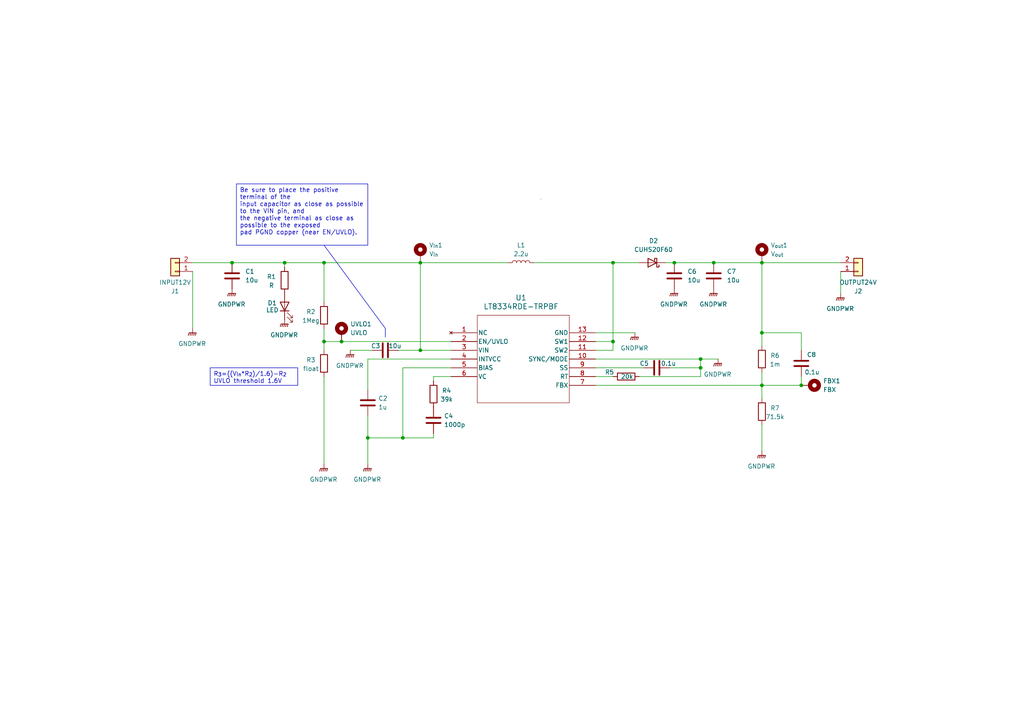
<source format=kicad_sch>
(kicad_sch (version 20231120) (generator "eeschema") (generator_version "8.0")
  (paper "A4")
  (lib_symbols
    (symbol "Connector_Generic:Conn_01x02" (pin_names (offset 1.016) hide)
      (property "Reference" "J" (at 0 2.54 0))
      (property "Value" "Conn_01x02" (at 0 -5.08 0))
      (symbol "Conn_01x02_1_1"
        (rectangle (start -1.27 -2.413) (end 0 -2.667) (stroke (width 0.1524)))
        (rectangle (start -1.27 0.127) (end 0 -0.127) (stroke (width 0.1524)))
        (rectangle (start -1.27 1.27) (end 1.27 -3.81) (stroke (width 0.254)) (fill (type background)))
        (pin passive line (at -5.08 0 0) (length 3.81) (name "Pin_1") (number "1"))
        (pin passive line (at -5.08 -2.54 0) (length 3.81) (name "Pin_2") (number "2"))
      )
    )
    (symbol "Device:C" (pin_numbers hide) (pin_names (offset 0.254))
      (property "Reference" "C" (at 0.635 2.54 0))
      (property "Value" "C" (at 0.635 -2.54 0))
      (symbol "C_0_1"
        (polyline (pts (xy -2.032 -0.762) (xy 2.032 -0.762)) (stroke (width 0.508)))
        (polyline (pts (xy -2.032 0.762) (xy 2.032 0.762)) (stroke (width 0.508)))
      )
      (symbol "C_1_1"
        (pin passive line (at 0 3.81 270) (length 2.794) (name "~") (number "1"))
        (pin passive line (at 0 -3.81 90) (length 2.794) (name "~") (number "2"))
      )
    )
    (symbol "Device:D_Schottky" (pin_numbers hide) (pin_names (offset 1.016) hide)
      (property "Reference" "D" (at 0 2.54 0))
      (property "Value" "D_Schottky" (at 0 -2.54 0))
      (symbol "D_Schottky_0_1"
        (polyline (pts (xy 1.27 0) (xy -1.27 0)))
        (polyline (pts (xy 1.27 1.27) (xy 1.27 -1.27) (xy -1.27 0) (xy 1.27 1.27)) (stroke (width 0.254)))
        (polyline (pts (xy -1.905 0.635) (xy -1.905 1.27) (xy -1.27 1.27) (xy -1.27 -1.27) (xy -0.635 -1.27) (xy -0.635 -0.635)) (stroke (width 0.254)))
      )
      (symbol "D_Schottky_1_1"
        (pin passive line (at -3.81 0 0) (length 2.54) (name "K") (number "1"))
        (pin passive line (at 3.81 0 180) (length 2.54) (name "A") (number "2"))
      )
    )
    (symbol "Device:L" (pin_numbers hide) (pin_names (offset 1.016) hide)
      (property "Reference" "L" (at -1.27 0 90))
      (property "Value" "L" (at 1.905 0 90))
      (symbol "L_0_1"
        (arc (start 0 -2.54) (mid 0.6323 -1.905) (end 0 -1.27))
        (arc (start 0 -1.27) (mid 0.6323 -0.635) (end 0 0))
        (arc (start 0 0) (mid 0.6323 0.635) (end 0 1.27))
        (arc (start 0 1.27) (mid 0.6323 1.905) (end 0 2.54))
      )
      (symbol "L_1_1"
        (pin passive line (at 0 3.81 270) (length 1.27) (name "1") (number "1"))
        (pin passive line (at 0 -3.81 90) (length 1.27) (name "2") (number "2"))
      )
    )
    (symbol "Device:LED" (pin_numbers hide) (pin_names (offset 1.016) hide)
      (property "Reference" "D" (at 0 2.54 0))
      (property "Value" "LED" (at 0 -2.54 0))
      (symbol "LED_0_1"
        (polyline (pts (xy -1.27 -1.27) (xy -1.27 1.27)) (stroke (width 0.254)))
        (polyline (pts (xy -1.27 0) (xy 1.27 0)))
        (polyline (pts (xy 1.27 -1.27) (xy 1.27 1.27) (xy -1.27 0) (xy 1.27 -1.27)) (stroke (width 0.254)))
        (polyline (pts (xy -3.048 -0.762) (xy -4.572 -2.286) (xy -3.81 -2.286) (xy -4.572 -2.286) (xy -4.572 -1.524)))
        (polyline (pts (xy -1.778 -0.762) (xy -3.302 -2.286) (xy -2.54 -2.286) (xy -3.302 -2.286) (xy -3.302 -1.524)))
      )
      (symbol "LED_1_1"
        (pin passive line (at -3.81 0 0) (length 2.54) (name "K") (number "1"))
        (pin passive line (at 3.81 0 180) (length 2.54) (name "A") (number "2"))
      )
    )
    (symbol "Device:R" (pin_numbers hide) (pin_names (offset 0))
      (property "Reference" "R" (at 2.032 0 90))
      (property "Value" "R" (at 0 0 90))
      (symbol "R_0_1"
        (rectangle (start -1.016 -2.54) (end 1.016 2.54) (stroke (width 0.254)))
      )
      (symbol "R_1_1"
        (pin passive line (at 0 3.81 270) (length 1.27) (name "~") (number "1"))
        (pin passive line (at 0 -3.81 90) (length 1.27) (name "~") (number "2"))
      )
    )
    (symbol "LT8334:LT8334RDE-TRPBF" (pin_names (offset 0.254))
      (property "Reference" "U7" (at 27.94 10.16 0))
      (property "Value" "LT8334RDE-TRPBF" (at 27.94 7.62 0))
      (symbol "LT8334RDE-TRPBF_0_1"
        (polyline (pts (xy 15.24 -20.32) (xy 41.91 -20.32)) (stroke (width 0.127)))
        (polyline (pts (xy 15.24 5.08) (xy 15.24 -20.32)) (stroke (width 0.127)))
        (polyline (pts (xy 41.91 -20.32) (xy 41.91 5.08)) (stroke (width 0.127)))
        (polyline (pts (xy 41.91 5.08) (xy 15.24 5.08)) (stroke (width 0.127)))
        (pin no_connect line (at 7.62 0 0) (length 7.62) (name "NC") (number "1"))
        (pin unspecified line (at 49.53 -7.62 180) (length 7.62) (name "SYNC/MODE") (number "10"))
        (pin unspecified line (at 49.53 -5.08 180) (length 7.62) (name "SW2") (number "11"))
        (pin unspecified line (at 49.53 -2.54 180) (length 7.62) (name "SW1") (number "12"))
        (pin power_out line (at 49.53 0 180) (length 7.62) (name "GND") (number "13"))
        (pin unspecified line (at 7.62 -2.54 0) (length 7.62) (name "EN/UVLO") (number "2"))
        (pin power_in line (at 7.62 -5.08 0) (length 7.62) (name "VIN") (number "3"))
        (pin power_in line (at 7.62 -7.62 0) (length 7.62) (name "INTVCC") (number "4"))
        (pin power_in line (at 7.62 -10.16 0) (length 7.62) (name "BIAS") (number "5"))
        (pin unspecified line (at 7.62 -12.7 0) (length 7.62) (name "VC") (number "6"))
        (pin unspecified line (at 49.53 -15.24 180) (length 7.62) (name "FBX") (number "7"))
        (pin unspecified line (at 49.53 -12.7 180) (length 7.62) (name "RT") (number "8"))
        (pin unspecified line (at 49.53 -10.16 180) (length 7.62) (name "SS") (number "9"))
      )
    )
    (symbol "Mechanical:MountingHole_Pad" (pin_numbers hide) (pin_names (offset 1.016) hide) (exclude_from_sim yes) (in_bom no)
      (property "Reference" "H" (at 0 6.35 0))
      (property "Value" "MountingHole_Pad" (at 0 4.445 0))
      (symbol "MountingHole_Pad_0_1"
        (circle (center 0 1.27) (radius 1.27) (stroke (width 1.27)))
      )
      (symbol "MountingHole_Pad_1_1"
        (pin input line (at 0 -2.54 90) (length 2.54) (name "1") (number "1"))
      )
    )
    (symbol "power:GNDPWR" (power) (pin_names (offset 0))
      (property "Value" "GNDPWR" (at 0 -3.302 0))
      (symbol "GNDPWR_0_1"
        (polyline (pts (xy 0 -1.27) (xy 0 0)))
        (polyline (pts (xy -1.016 -1.27) (xy -1.27 -2.032) (xy -1.27 -2.032)) (stroke (width 0.2032)))
        (polyline (pts (xy -0.508 -1.27) (xy -0.762 -2.032) (xy -0.762 -2.032)) (stroke (width 0.2032)))
        (polyline (pts (xy 0 -1.27) (xy -0.254 -2.032) (xy -0.254 -2.032)) (stroke (width 0.2032)))
        (polyline (pts (xy 0.508 -1.27) (xy 0.254 -2.032) (xy 0.254 -2.032)) (stroke (width 0.2032)))
        (polyline (pts (xy 1.016 -1.27) (xy -1.016 -1.27) (xy -1.016 -1.27)) (stroke (width 0.2032)))
        (polyline (pts (xy 1.016 -1.27) (xy 0.762 -2.032) (xy 0.762 -2.032) (xy 0.762 -2.032)) (stroke (width 0.2032)))
      )
      (symbol "GNDPWR_1_1"
        (pin power_in line (at 0 0 270) (length 0) hide (name "GNDPWR") (number "1"))
      )
    )
  )
  (junction (at 67.31 76.2))
  (junction (at 121.92 76.2))
  (junction (at 93.98 76.2))
  (junction (at 232.41 111.76))
  (junction (at 203.2 106.68))
  (junction (at 203.2 104.14))
  (junction (at 220.98 76.2))
  (junction (at 82.55 76.2))
  (junction (at 220.98 96.52))
  (junction (at 99.06 99.06))
  (junction (at 207.01 76.2))
  (junction (at 106.68 127))
  (junction (at 177.8 76.2))
  (junction (at 177.8 99.06))
  (junction (at 195.58 76.2))
  (junction (at 93.98 99.06))
  (junction (at 220.98 111.76))
  (junction (at 121.92 101.6))
  (junction (at 116.84 127))
  (wire (pts (xy 220.98 96.52) (xy 220.98 100.33)))
  (wire (pts (xy 172.72 104.14) (xy 203.2 104.14)))
  (wire (pts (xy 185.42 76.2) (xy 177.8 76.2)))
  (wire (pts (xy 67.31 76.2) (xy 82.55 76.2)))
  (wire (pts (xy 93.98 99.06) (xy 93.98 101.6)))
  (wire (pts (xy 55.88 76.2) (xy 67.31 76.2)))
  (wire (pts (xy 121.92 76.2) (xy 147.32 76.2)))
  (wire (pts (xy 243.84 78.74) (xy 243.84 85.09)))
  (wire (pts (xy 220.98 130.81) (xy 220.98 123.19)))
  (wire (pts (xy 220.98 111.76) (xy 220.98 107.95)))
  (wire (pts (xy 232.41 96.52) (xy 220.98 96.52)))
  (wire (pts (xy 106.68 120.65) (xy 106.68 127)))
  (wire (pts (xy 203.2 104.14) (xy 203.2 106.68)))
  (wire (pts (xy 172.72 111.76) (xy 220.98 111.76)))
  (wire (pts (xy 232.41 111.76) (xy 220.98 111.76)))
  (wire (pts (xy 220.98 115.57) (xy 220.98 111.76)))
  (wire (pts (xy 93.98 76.2) (xy 121.92 76.2)))
  (wire (pts (xy 130.81 106.68) (xy 116.84 106.68)))
  (wire (pts (xy 125.73 109.22) (xy 130.81 109.22)))
  (wire (pts (xy 208.28 104.14) (xy 203.2 104.14)))
  (wire (pts (xy 172.72 99.06) (xy 177.8 99.06)))
  (wire (pts (xy 195.58 76.2) (xy 207.01 76.2)))
  (wire (pts (xy 232.41 101.6) (xy 232.41 96.52)))
  (wire (pts (xy 106.68 104.14) (xy 106.68 113.03)))
  (wire (pts (xy 172.72 106.68) (xy 186.69 106.68)))
  (wire (pts (xy 125.73 125.73) (xy 125.73 127)))
  (wire (pts (xy 55.88 78.74) (xy 55.88 95.25)))
  (wire (pts (xy 121.92 101.6) (xy 121.92 76.2)))
  (wire (pts (xy 101.6 101.6) (xy 107.95 101.6)))
  (wire (pts (xy 185.42 109.22) (xy 203.2 109.22)))
  (wire (pts (xy 125.73 109.22) (xy 125.73 110.49)))
  (wire (pts (xy 220.98 76.2) (xy 243.84 76.2)))
  (wire (pts (xy 99.06 99.06) (xy 130.81 99.06)))
  (wire (pts (xy 203.2 106.68) (xy 194.31 106.68)))
  (wire (pts (xy 184.15 96.52) (xy 172.72 96.52)))
  (wire (pts (xy 106.68 127) (xy 116.84 127)))
  (wire (pts (xy 193.04 76.2) (xy 195.58 76.2)))
  (polyline (pts (xy 93.98 71.12) (xy 111.76 95.25)))
  (wire (pts (xy 93.98 76.2) (xy 93.98 87.63)))
  (wire (pts (xy 172.72 109.22) (xy 177.8 109.22)))
  (wire (pts (xy 93.98 99.06) (xy 99.06 99.06)))
  (wire (pts (xy 207.01 76.2) (xy 220.98 76.2)))
  (wire (pts (xy 130.81 104.14) (xy 106.68 104.14)))
  (polyline (pts (xy 93.98 71.12) (xy 93.98 71.12)))
  (wire (pts (xy 177.8 99.06) (xy 177.8 76.2)))
  (polyline (pts (xy 111.76 95.25) (xy 111.76 97.79)))
  (wire (pts (xy 82.55 76.2) (xy 93.98 76.2)))
  (wire (pts (xy 115.57 101.6) (xy 121.92 101.6)))
  (wire (pts (xy 116.84 106.68) (xy 116.84 127)))
  (wire (pts (xy 82.55 77.47) (xy 82.55 76.2)))
  (wire (pts (xy 93.98 109.22) (xy 93.98 134.62)))
  (wire (pts (xy 220.98 76.2) (xy 220.98 96.52)))
  (wire (pts (xy 232.41 109.22) (xy 232.41 111.76)))
  (wire (pts (xy 177.8 76.2) (xy 154.94 76.2)))
  (wire (pts (xy 116.84 127) (xy 125.73 127)))
  (wire (pts (xy 93.98 95.25) (xy 93.98 99.06)))
  (wire (pts (xy 177.8 101.6) (xy 177.8 99.06)))
  (wire (pts (xy 106.68 134.62) (xy 106.68 127)))
  (wire (pts (xy 130.81 101.6) (xy 121.92 101.6)))
  (wire (pts (xy 172.72 101.6) (xy 177.8 101.6)))
  (wire (pts (xy 203.2 106.68) (xy 203.2 109.22)))
  (text_box "Be sure to place the positive terminal of the\ninput capacitor as close as possible to the VIN pin, and\nthe negative terminal as close as possible to the exposed\npad PGND copper (near EN/UVLO)." (at 68.58 53.34 0) (size 38.1 17.78) (effects (font (size 1.27 1.27)) (justify left top)))
  (text_box "" (at 156.845 57.785 0) (size 0 0) (fill (type color) (color 0 0 255 0.1)) (effects (font (size 1.27 1.27))))
  (text_box "R_{3}=((V_{in}*R_{2})/1.6)-R_{2}\nUVLO threshold 1.6V" (at 60.96 106.68 0) (size 25.4 5.08) (effects (font (size 1.27 1.27)) (justify left top)))
  (symbol (lib_id "power:GNDPWR") (at 101.6 101.6 0) (unit 1)
    (property "Reference" "#PWR05" (effects (hide yes)))
    (property "Value" "GNDPWR" (at 101.473 106.045 0))
  )
  (symbol (lib_id "power:GNDPWR") (at 220.98 130.81 0) (unit 1)
    (property "Reference" "#PWR011" (effects (hide yes)))
    (property "Value" "GNDPWR" (at 220.853 135.255 0))
  )
  (symbol (lib_id "Device:LED") (at 82.55 88.9 90) (unit 1)
    (property "Reference" "D1" (at 78.952 87.884 90))
    (property "Value" "LED" (at 78.994 89.916 90))
    (property "Footprint" "LED_SMD:LED_0603_1608Metric_Pad1.05x0.95mm_HandSolder" (effects (hide yes)))
    (property "Description" "Light emitting diode" (effects (hide yes)))
  )
  (symbol (lib_id "Device:C") (at 125.73 121.92 0) (unit 1)
    (property "Reference" "C4" (at 128.778 120.65 0) (effects (justify left)))
    (property "Value" "1000p" (at 128.778 123.19 0) (effects (justify left)))
    (property "Footprint" "Capacitor_SMD:C_0603_1608Metric_Pad1.08x0.95mm_HandSolder" (effects (hide yes)))
    (property "Description" "Unpolarized capacitor" (effects (hide yes)))
  )
  (symbol (lib_id "power:GNDPWR") (at 195.58 83.82 0) (unit 1)
    (property "Reference" "#PWR08" (effects (hide yes)))
    (property "Value" "GNDPWR" (at 195.453 88.265 0))
  )
  (symbol (lib_id "Device:R") (at 93.98 105.41 180) (unit 1)
    (property "Reference" "R3" (at 90.17 104.394 0))
    (property "Value" "float" (at 90.17 106.934 0))
    (property "Footprint" "Resistor_SMD:R_0603_1608Metric_Pad0.98x0.95mm_HandSolder" (effects (hide yes)))
    (property "Description" "Resistor" (effects (hide yes)))
  )
  (symbol (lib_id "Device:C") (at 195.58 80.01 0) (unit 1)
    (property "Reference" "C6" (at 199.39 78.7399 0) (effects (justify left)))
    (property "Value" "10u" (at 199.39 81.2799 0) (effects (justify left)))
    (property "Footprint" "Capacitor_SMD:C_0805_2012Metric_Pad1.18x1.45mm_HandSolder" (effects (hide yes)))
    (property "Description" "Unpolarized capacitor" (effects (hide yes)))
  )
  (symbol (lib_id "Mechanical:MountingHole_Pad") (at 121.92 73.66 0) (unit 1) (exclude_from_sim yes) (in_bom no)
    (property "Reference" "V_{in}1" (at 124.46 71.1199 0) (effects (justify left)))
    (property "Value" "V_{in}" (at 124.46 73.6599 0) (effects (justify left)))
    (property "Footprint" "Connector_PinHeader_2.54mm:PinHeader_1x01_P2.54mm_Vertical" (effects (hide yes)))
    (property "Description" "Mounting Hole with connection" (effects (hide yes)))
  )
  (symbol (lib_id "Mechanical:MountingHole_Pad") (at 220.98 73.66 0) (unit 1) (exclude_from_sim yes) (in_bom no)
    (property "Reference" "V_{out}1" (at 223.52 71.1199 0) (effects (justify left)))
    (property "Value" "V_{out}" (at 223.52 73.6599 0) (effects (justify left)))
    (property "Footprint" "Connector_PinHeader_2.54mm:PinHeader_1x01_P2.54mm_Vertical" (effects (hide yes)))
    (property "Description" "Mounting Hole with connection" (effects (hide yes)))
  )
  (symbol (lib_id "Device:R") (at 220.98 104.14 0) (unit 1)
    (property "Reference" "R6" (at 224.79 103.124 0))
    (property "Value" "1m" (at 224.79 105.664 0))
    (property "Footprint" "Resistor_SMD:R_0603_1608Metric_Pad0.98x0.95mm_HandSolder" (effects (hide yes)))
    (property "Description" "Resistor" (effects (hide yes)))
  )
  (symbol (lib_id "power:GNDPWR") (at 207.01 83.82 0) (unit 1)
    (property "Reference" "#PWR09" (effects (hide yes)))
    (property "Value" "GNDPWR" (at 206.883 88.265 0))
  )
  (symbol (lib_id "Connector_Generic:Conn_01x02") (at 50.8 78.74 180) (unit 1)
    (property "Reference" "J1" (at 50.8 84.455 0))
    (property "Value" "INPUT12V" (at 50.8 81.915 0))
    (property "Footprint" "Connector_AMASS:AMASS_XT60PW-M_1x02_P7.20mm_Horizontal" (effects (hide yes)))
  )
  (symbol (lib_id "Device:C") (at 111.76 101.6 270) (unit 1)
    (property "Reference" "C3" (at 108.966 100.33 90))
    (property "Value" "10u" (at 114.554 100.33 90))
    (property "Footprint" "Capacitor_SMD:C_0805_2012Metric_Pad1.18x1.45mm_HandSolder" (effects (hide yes)))
    (property "Description" "Unpolarized capacitor" (effects (hide yes)))
  )
  (symbol (lib_id "power:GNDPWR") (at 184.15 96.52 0) (unit 1)
    (property "Reference" "#PWR07" (effects (hide yes)))
    (property "Value" "GNDPWR" (at 184.023 100.965 0))
  )
  (symbol (lib_id "LT8334:LT8334RDE-TRPBF") (at 123.19 96.52 0) (unit 1)
    (property "Reference" "U1" (at 151.13 86.36 0) (effects (font (size 1.524 1.524))))
    (property "Value" "LT8334RDE-TRPBF" (at 151.13 88.9 0) (effects (font (size 1.524 1.524))))
    (property "Footprint" "05-08-1695_ADI" (effects (hide yes)))
    (property "Datasheet" "LT8334RDE-TRPBF" (effects (hide yes)))
  )
  (symbol (lib_id "Device:C") (at 67.31 80.01 0) (unit 1)
    (property "Reference" "C1" (at 71.12 78.7399 0) (effects (justify left)))
    (property "Value" "10u" (at 71.12 81.2799 0) (effects (justify left)))
    (property "Footprint" "Capacitor_SMD:C_0805_2012Metric_Pad1.18x1.45mm_HandSolder" (effects (hide yes)))
    (property "Description" "Unpolarized capacitor" (effects (hide yes)))
  )
  (symbol (lib_id "Mechanical:MountingHole_Pad") (at 234.95 111.76 270) (unit 1) (exclude_from_sim yes) (in_bom no)
    (property "Reference" "FBX1" (at 238.76 110.4899 90) (effects (justify left)))
    (property "Value" "FBX" (at 238.76 113.0299 90) (effects (justify left)))
    (property "Footprint" "Connector_PinHeader_2.54mm:PinHeader_1x01_P2.54mm_Vertical" (effects (hide yes)))
    (property "Description" "Mounting Hole with connection" (effects (hide yes)))
  )
  (symbol (lib_id "power:GNDPWR") (at 55.88 95.25 0) (unit 1)
    (property "Reference" "#PWR01" (effects (hide yes)))
    (property "Value" "GNDPWR" (at 55.753 99.695 0))
  )
  (symbol (lib_id "Device:L") (at 151.13 76.2 90) (unit 1)
    (property "Reference" "L1" (at 151.13 71.12 90))
    (property "Value" "2.2u" (at 151.13 73.66 90))
    (property "Footprint" "Library:Inductor-wurth" (effects (hide yes)))
    (property "Description" "Inductor" (effects (hide yes)))
  )
  (symbol (lib_id "Device:R") (at 82.55 81.28 180) (unit 1)
    (property "Reference" "R1" (at 78.74 80.264 0))
    (property "Value" "R" (at 78.74 82.804 0))
    (property "Footprint" "Resistor_SMD:R_0603_1608Metric_Pad0.98x0.95mm_HandSolder" (effects (hide yes)))
    (property "Description" "Resistor" (effects (hide yes)))
  )
  (symbol (lib_id "Connector_Generic:Conn_01x02") (at 248.92 78.74 0) (mirror x) (unit 1)
    (property "Reference" "J2" (at 248.92 84.455 0))
    (property "Value" "OUTPUT24V" (at 248.92 81.915 0))
    (property "Footprint" "Connector_AMASS:AMASS_XT60PW-F_1x02_P7.20mm_Horizontal" (effects (hide yes)))
  )
  (symbol (lib_id "Device:R") (at 93.98 91.44 180) (unit 1)
    (property "Reference" "R2" (at 90.17 90.424 0))
    (property "Value" "1Meg" (at 90.17 92.964 0))
    (property "Footprint" "Resistor_SMD:R_0603_1608Metric_Pad0.98x0.95mm_HandSolder" (effects (hide yes)))
    (property "Description" "Resistor" (effects (hide yes)))
  )
  (symbol (lib_id "power:GNDPWR") (at 106.68 134.62 0) (unit 1)
    (property "Reference" "#PWR06" (effects (hide yes)))
    (property "Value" "GNDPWR" (at 106.553 139.065 0))
  )
  (symbol (lib_id "Device:D_Schottky") (at 189.23 76.2 180) (unit 1)
    (property "Reference" "D2" (at 189.5475 69.85 0))
    (property "Value" "CUHS20F60" (at 189.5475 72.39 0))
    (property "Footprint" "Diode_SMD:D_SOD-323_HandSoldering" (effects (hide yes)))
    (property "Description" "Schottky diode" (effects (hide yes)))
    (property "akitsuki" "116304" (effects (hide yes)))
  )
  (symbol (lib_id "power:GNDPWR") (at 208.28 104.14 0) (unit 1)
    (property "Reference" "#PWR010" (effects (hide yes)))
    (property "Value" "GNDPWR" (at 208.153 108.585 0))
  )
  (symbol (lib_id "power:GNDPWR") (at 82.55 92.71 0) (unit 1)
    (property "Reference" "#PWR03" (effects (hide yes)))
    (property "Value" "GNDPWR" (at 82.423 97.155 0))
  )
  (symbol (lib_id "Device:C") (at 232.41 105.41 180) (unit 1)
    (property "Reference" "C8" (at 236.728 102.87 0) (effects (justify left)))
    (property "Value" "0.1u" (at 237.744 107.95 0) (effects (justify left)))
    (property "Footprint" "Capacitor_SMD:C_0603_1608Metric_Pad1.08x0.95mm_HandSolder" (effects (hide yes)))
    (property "Description" "Unpolarized capacitor" (effects (hide yes)))
  )
  (symbol (lib_id "power:GNDPWR") (at 243.84 85.09 0) (unit 1)
    (property "Reference" "#PWR012" (effects (hide yes)))
    (property "Value" "GNDPWR" (at 243.713 89.535 0))
  )
  (symbol (lib_id "Device:C") (at 190.5 106.68 90) (unit 1)
    (property "Reference" "C5" (at 188.214 105.41 90) (effects (justify left)))
    (property "Value" "0.1u" (at 196.088 105.41 90) (effects (justify left)))
    (property "Footprint" "Capacitor_SMD:C_0603_1608Metric_Pad1.08x0.95mm_HandSolder" (effects (hide yes)))
    (property "Description" "Unpolarized capacitor" (effects (hide yes)))
  )
  (symbol (lib_id "Device:C") (at 106.68 116.84 0) (unit 1)
    (property "Reference" "C2" (at 109.728 115.57 0) (effects (justify left)))
    (property "Value" "1u" (at 109.728 118.11 0) (effects (justify left)))
    (property "Footprint" "Capacitor_SMD:C_0603_1608Metric_Pad1.08x0.95mm_HandSolder" (effects (hide yes)))
    (property "Description" "Unpolarized capacitor" (effects (hide yes)))
  )
  (symbol (lib_id "power:GNDPWR") (at 67.31 83.82 0) (unit 1)
    (property "Reference" "#PWR02" (effects (hide yes)))
    (property "Value" "GNDPWR" (at 67.183 88.265 0))
  )
  (symbol (lib_id "Device:R") (at 220.98 119.38 0) (unit 1)
    (property "Reference" "R7" (at 224.79 118.364 0))
    (property "Value" "71.5k" (at 224.79 120.904 0))
    (property "Footprint" "Resistor_SMD:R_0603_1608Metric_Pad0.98x0.95mm_HandSolder" (effects (hide yes)))
    (property "Description" "Resistor" (effects (hide yes)))
  )
  (symbol (lib_id "Device:R") (at 181.61 109.22 90) (unit 1)
    (property "Reference" "R5" (at 176.784 107.95 90))
    (property "Value" "20k" (at 181.864 109.22 90))
    (property "Footprint" "Resistor_SMD:R_0603_1608Metric_Pad0.98x0.95mm_HandSolder" (effects (hide yes)))
    (property "Description" "Resistor" (effects (hide yes)))
  )
  (symbol (lib_id "power:GNDPWR") (at 93.98 134.62 0) (unit 1)
    (property "Reference" "#PWR04" (effects (hide yes)))
    (property "Value" "GNDPWR" (at 93.853 139.065 0))
  )
  (symbol (lib_id "Device:R") (at 125.73 114.3 0) (unit 1)
    (property "Reference" "R4" (at 129.54 113.284 0))
    (property "Value" "39k" (at 129.54 115.824 0))
    (property "Footprint" "Resistor_SMD:R_0603_1608Metric_Pad0.98x0.95mm_HandSolder" (effects (hide yes)))
    (property "Description" "Resistor" (effects (hide yes)))
  )
  (symbol (lib_id "Device:C") (at 207.01 80.01 0) (unit 1)
    (property "Reference" "C7" (at 210.82 78.7399 0) (effects (justify left)))
    (property "Value" "10u" (at 210.82 81.2799 0) (effects (justify left)))
    (property "Footprint" "Capacitor_SMD:C_0805_2012Metric_Pad1.18x1.45mm_HandSolder" (effects (hide yes)))
    (property "Description" "Unpolarized capacitor" (effects (hide yes)))
  )
  (symbol (lib_id "Mechanical:MountingHole_Pad") (at 99.06 96.52 0) (unit 1) (exclude_from_sim yes) (in_bom no)
    (property "Reference" "UVLO1" (at 101.6 93.9799 0) (effects (justify left)))
    (property "Value" "UVLO" (at 101.6 96.5199 0) (effects (justify left)))
    (property "Footprint" "Connector_PinHeader_2.54mm:PinHeader_1x01_P2.54mm_Vertical" (effects (hide yes)))
    (property "Description" "Mounting Hole with connection" (effects (hide yes)))
  )
)
</source>
